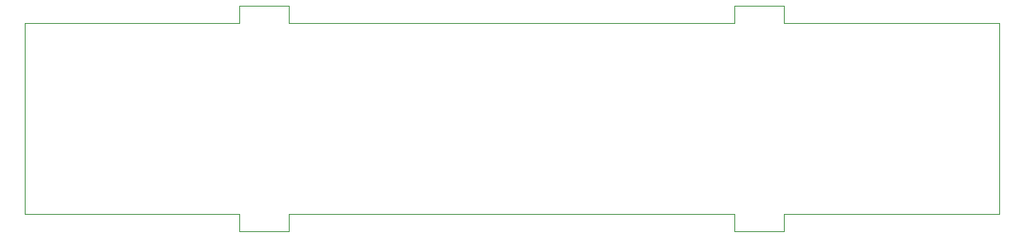
<source format=gm1>
G04 #@! TF.GenerationSoftware,KiCad,Pcbnew,(5.1.8)-1*
G04 #@! TF.CreationDate,2022-07-15T00:36:28+02:00*
G04 #@! TF.ProjectId,BulkyMIDI-32 Audio Switch Panel,42756c6b-794d-4494-9449-2d3332204175,rev?*
G04 #@! TF.SameCoordinates,Original*
G04 #@! TF.FileFunction,Profile,NP*
%FSLAX46Y46*%
G04 Gerber Fmt 4.6, Leading zero omitted, Abs format (unit mm)*
G04 Created by KiCad (PCBNEW (5.1.8)-1) date 2022-07-15 00:36:28*
%MOMM*%
%LPD*%
G01*
G04 APERTURE LIST*
G04 #@! TA.AperFunction,Profile*
%ADD10C,0.050000*%
G04 #@! TD*
G04 APERTURE END LIST*
D10*
X163950000Y-112774000D02*
X141090000Y-112774000D01*
X118230000Y-112774000D02*
X141090000Y-112774000D01*
X113150000Y-112774000D02*
X91090000Y-112774000D01*
X191090000Y-112774000D02*
X169030000Y-112774000D01*
X163950000Y-112774000D02*
X163950000Y-110974000D01*
X169030000Y-110974000D02*
X163950000Y-110974000D01*
X118230000Y-112774000D02*
X118230000Y-110974000D01*
X118230000Y-110974000D02*
X113150000Y-110974000D01*
X169030000Y-112774000D02*
X169030000Y-110974000D01*
X113150000Y-112774000D02*
X113150000Y-110974000D01*
X163950000Y-132374000D02*
X141090000Y-132374000D01*
X118230000Y-132374000D02*
X141090000Y-132374000D01*
X169030000Y-132374000D02*
X169030000Y-134174000D01*
X163950000Y-132374000D02*
X163950000Y-134174000D01*
X163950000Y-134174000D02*
X169030000Y-134174000D01*
X118230000Y-132374000D02*
X118230000Y-134174000D01*
X113150000Y-132374000D02*
X113150000Y-134174000D01*
X113150000Y-134174000D02*
X118230000Y-134174000D01*
X91090000Y-132374000D02*
X113150000Y-132374000D01*
X91090000Y-112774000D02*
X91090000Y-132374000D01*
X191090000Y-132374000D02*
X191090000Y-112774000D01*
X169030000Y-132374000D02*
X191090000Y-132374000D01*
M02*

</source>
